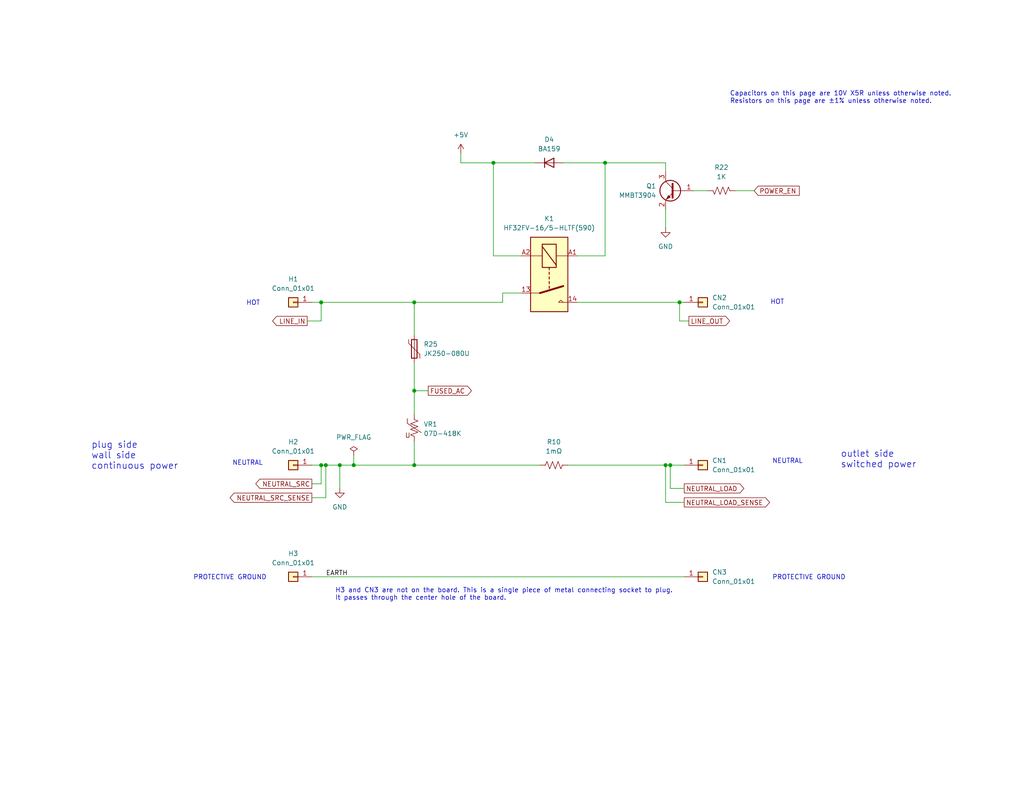
<source format=kicad_sch>
(kicad_sch (version 20250114) (generator "eeschema") (generator_version "9.0")
  (paper "USLetter")
  (title_block (title "power connections and control") (date "2025-07-28"))
  (lib_symbols
    (symbol "Connector_Generic:Conn_01x01" (pin_names (offset 1.016) (hide yes))
      (property "Reference" "J" (at 0 2.54 0))
      (property "Value" "Conn_01x01" (at 0 -2.54 0))
      (symbol "Conn_01x01_1_1"
        (rectangle (start -1.27 1.27) (end 1.27 -1.27) (stroke (width 0.254)) (fill (type background)))
        (rectangle (start -1.27 0.127) (end 0 -0.127) (stroke (width 0.1524)))
        (pin passive line (at -5.08 0 0) (length 3.81) (name "Pin_1") (number "1"))
      )
    )
    (symbol "Device:Polyfuse" (pin_numbers (hide yes)) (pin_names (offset 0))
      (property "Reference" "F" (at -2.54 0 90))
      (property "Value" "Polyfuse" (at 2.54 0 90))
      (symbol "Polyfuse_0_1"
        (polyline (pts (xy -1.524 2.54) (xy -1.524 1.524) (xy 1.524 -1.524) (xy 1.524 -2.54)))
        (rectangle (start -0.762 2.54) (end 0.762 -2.54) (stroke (width 0.254)))
        (polyline (pts (xy 0 2.54) (xy 0 -2.54)))
      )
      (symbol "Polyfuse_1_1"
        (pin passive line (at 0 3.81 270) (length 1.27) (name "~") (number "1"))
        (pin passive line (at 0 -3.81 90) (length 1.27) (name "~") (number "2"))
      )
    )
    (symbol "Device:R_US" (pin_numbers (hide yes)) (pin_names (offset 0))
      (property "Reference" "R" (at 2.54 0 90))
      (property "Value" "R_US" (at -2.54 0 90))
      (symbol "R_US_0_1"
        (polyline (pts (xy 0 2.286) (xy 0 2.54)))
        (polyline (pts (xy 0 2.286) (xy 1.016 1.905) (xy 0 1.524) (xy -1.016 1.143) (xy 0 0.762)))
        (polyline (pts (xy 0 0.762) (xy 1.016 0.381) (xy 0 0) (xy -1.016 -0.381) (xy 0 -0.762)))
        (polyline (pts (xy 0 -0.762) (xy 1.016 -1.143) (xy 0 -1.524) (xy -1.016 -1.905) (xy 0 -2.286)))
        (polyline (pts (xy 0 -2.286) (xy 0 -2.54)))
      )
      (symbol "R_US_1_1"
        (pin passive line (at 0 3.81 270) (length 1.27) (name "~") (number "1"))
        (pin passive line (at 0 -3.81 90) (length 1.27) (name "~") (number "2"))
      )
    )
    (symbol "Device:Varistor_US" (pin_numbers (hide yes)) (pin_names (offset 0))
      (property "Reference" "RV" (at 3.175 0 90))
      (property "Value" "Varistor_US" (at -3.175 0 90))
      (symbol "Varistor_US_0_0"
        (text "U" (at -1.778 -2.032 0) (effects (font (size 1.27 1.27))))
      )
      (symbol "Varistor_US_0_1"
        (polyline (pts (xy -1.905 2.54) (xy -1.905 1.27) (xy 1.905 -1.27)))
        (polyline (pts (xy 0 2.286) (xy 0 2.54)))
        (polyline (pts (xy 0 2.286) (xy 1.016 1.905) (xy 0 1.524) (xy -1.016 1.143) (xy 0 0.762)))
        (polyline (pts (xy 0 0.762) (xy 1.016 0.381) (xy 0 0) (xy -1.016 -0.381) (xy 0 -0.762)))
        (polyline (pts (xy 0 -0.762) (xy 1.016 -1.143) (xy 0 -1.524) (xy -1.016 -1.905) (xy 0 -2.286)))
        (polyline (pts (xy 0 -2.286) (xy 0 -2.54)))
      )
      (symbol "Varistor_US_1_1"
        (pin passive line (at 0 3.81 270) (length 1.27) (name "~") (number "1"))
        (pin passive line (at 0 -3.81 90) (length 1.27) (name "~") (number "2"))
      )
    )
    (symbol "Diode:BA159" (pin_numbers (hide yes)) (pin_names (hide yes))
      (property "Reference" "D" (at 0 2.54 0))
      (property "Value" "BA159" (at 0 -2.54 0))
      (symbol "BA159_0_1"
        (polyline (pts (xy -1.27 1.27) (xy -1.27 -1.27)) (stroke (width 0.254)))
        (polyline (pts (xy 1.27 1.27) (xy 1.27 -1.27) (xy -1.27 0) (xy 1.27 1.27)) (stroke (width 0.254)))
        (polyline (pts (xy 1.27 0) (xy -1.27 0)))
      )
      (symbol "BA159_1_1"
        (pin passive line (at -3.81 0 0) (length 2.54) (name "K") (number "1"))
        (pin passive line (at 3.81 0 180) (length 2.54) (name "A") (number "2"))
      )
    )
    (symbol "Relay:Relay_SPST-NO"
      (property "Reference" "K" (at 11.43 3.81 0))
      (property "Value" "Relay_SPST-NO" (at 11.43 1.27 0))
      (symbol "Relay_SPST-NO_0_0"
        (polyline (pts (xy 7.62 5.08) (xy 7.62 2.54) (xy 6.985 3.175) (xy 7.62 3.81)))
      )
      (symbol "Relay_SPST-NO_0_1"
        (rectangle (start -10.16 5.08) (end 10.16 -5.08) (stroke (width 0.254)) (fill (type background)))
        (rectangle (start -8.255 1.905) (end -1.905 -1.905) (stroke (width 0.254)))
        (polyline (pts (xy -7.62 -1.905) (xy -2.54 1.905)) (stroke (width 0.254)))
        (polyline (pts (xy -5.08 5.08) (xy -5.08 1.905)))
        (polyline (pts (xy -5.08 -5.08) (xy -5.08 -1.905)))
        (polyline (pts (xy -1.905 0) (xy -1.27 0)) (stroke (width 0.254)))
        (polyline (pts (xy -0.635 0) (xy 0 0)) (stroke (width 0.254)))
        (polyline (pts (xy 0.635 0) (xy 1.27 0)) (stroke (width 0.254)))
        (polyline (pts (xy 1.905 0) (xy 2.54 0)) (stroke (width 0.254)))
        (polyline (pts (xy 3.175 0) (xy 3.81 0)) (stroke (width 0.254)))
        (polyline (pts (xy 5.08 -2.54) (xy 3.175 3.81)) (stroke (width 0.508)))
        (polyline (pts (xy 5.08 -2.54) (xy 5.08 -5.08)))
      )
      (symbol "Relay_SPST-NO_1_1"
        (pin passive line (at -5.08 7.62 270) (length 2.54) (name "~") (number "A1"))
        (pin passive line (at -5.08 -7.62 90) (length 2.54) (name "~") (number "A2"))
        (pin passive line (at 5.08 -7.62 90) (length 2.54) (name "~") (number "13"))
        (pin passive line (at 7.62 7.62 270) (length 2.54) (name "~") (number "14"))
      )
    )
    (symbol "Transistor_BJT:MMBT3904" (pin_names (offset 0) (hide yes))
      (property "Reference" "Q" (at 5.08 1.905 0))
      (property "Value" "MMBT3904" (at 5.08 0 0))
      (symbol "MMBT3904_0_1"
        (polyline (pts (xy -2.54 0) (xy 0.635 0)))
        (polyline (pts (xy 0.635 1.905) (xy 0.635 -1.905)) (stroke (width 0.508)))
        (circle (center 1.27 0) (radius 2.8194) (stroke (width 0.254)))
      )
      (symbol "MMBT3904_1_1"
        (polyline (pts (xy 0.635 0.635) (xy 2.54 2.54)))
        (polyline (pts (xy 0.635 -0.635) (xy 2.54 -2.54)))
        (polyline (pts (xy 1.27 -1.778) (xy 1.778 -1.27) (xy 2.286 -2.286) (xy 1.27 -1.778)) (fill (type outline)))
        (pin input line (at -5.08 0 0) (length 2.54) (name "B") (number "1"))
        (pin passive line (at 2.54 5.08 270) (length 2.54) (name "C") (number "3"))
        (pin passive line (at 2.54 -5.08 90) (length 2.54) (name "E") (number "2"))
      )
    )
    (symbol "power:+5V" (power) (pin_numbers (hide yes)) (pin_names (offset 0) (hide yes))
      (property "Value" "+5V" (at 0 3.556 0))
      (symbol "+5V_0_1"
        (polyline (pts (xy -0.762 1.27) (xy 0 2.54)))
        (polyline (pts (xy 0 2.54) (xy 0.762 1.27)))
        (polyline (pts (xy 0 0) (xy 0 2.54)))
      )
      (symbol "+5V_1_1"
        (pin power_in line (at 0 0 90) (length 0) (name "~") (number "1"))
      )
    )
    (symbol "power:GND" (power) (pin_numbers (hide yes)) (pin_names (offset 0) (hide yes))
      (property "Value" "GND" (at 0 -3.81 0))
      (symbol "GND_0_1"
        (polyline (pts (xy 0 0) (xy 0 -1.27) (xy 1.27 -1.27) (xy 0 -2.54) (xy -1.27 -1.27) (xy 0 -1.27)))
      )
      (symbol "GND_1_1"
        (pin power_in line (at 0 0 270) (length 0) (name "~") (number "1"))
      )
    )
    (symbol "power:PWR_FLAG" (power) (pin_numbers (hide yes)) (pin_names (offset 0) (hide yes))
      (property "Value" "PWR_FLAG" (at 0 3.81 0))
      (symbol "PWR_FLAG_0_0"
        (pin power_out line (at 0 0 90) (length 0) (name "~") (number "1"))
      )
      (symbol "PWR_FLAG_0_1"
        (polyline (pts (xy 0 0) (xy 0 1.27) (xy -1.016 1.905) (xy 0 2.54) (xy 1.016 1.905) (xy 0 1.27)))
      )
    )
  )
  (text "Capacitors on this page are 10V X5R unless otherwise noted.\nResistors on this page are ±1% unless otherwise noted." (at 199.136 26.67 0) (effects (font (size 1.27 1.27)) (justify left)))
  (text "PROTECTIVE GROUND" (at 220.726 157.734 0) (effects (font (size 1.27 1.27))))
  (text "HOT" (at 212.09 82.55 0) (effects (font (size 1.27 1.27))))
  (text "PROTECTIVE GROUND" (at 62.738 157.734 0) (effects (font (size 1.27 1.27))))
  (text "plug side\nwall side\ncontinuous power" (at 24.892 124.46 0) (effects (font (size 1.778 1.778)) (justify left)))
  (text "HOT" (at 69.088 82.804 0) (effects (font (size 1.27 1.27))))
  (text "outlet side\nswitched power" (at 229.362 125.476 0) (effects (font (size 1.778 1.778)) (justify left)))
  (text "NEUTRAL" (at 67.564 126.492 0) (effects (font (size 1.27 1.27))))
  (text "NEUTRAL" (at 214.884 125.984 0) (effects (font (size 1.27 1.27))))
  (text "H3 and CN3 are not on the board. This is a single piece of metal connecting socket to plug.\nIt passes through the center hole of the board." (at 91.44 162.306 0) (effects (font (size 1.27 1.27)) (justify left)))
  (junction (at 185.42 82.55))
  (junction (at 113.03 82.55))
  (junction (at 134.62 44.45))
  (junction (at 87.63 127))
  (junction (at 96.52 127))
  (junction (at 88.9 127))
  (junction (at 87.63 82.55))
  (junction (at 113.03 127))
  (junction (at 113.03 106.68))
  (junction (at 92.71 127))
  (junction (at 182.88 127))
  (junction (at 181.61 127))
  (junction (at 165.1 44.45))
  (wire (pts (xy 185.42 82.55) (xy 186.69 82.55)))
  (wire (pts (xy 83.82 87.63) (xy 87.63 87.63)))
  (wire (pts (xy 185.42 82.55) (xy 185.42 87.63)))
  (wire (pts (xy 88.9 127) (xy 88.9 135.89)))
  (wire (pts (xy 153.67 44.45) (xy 165.1 44.45)))
  (wire (pts (xy 96.52 127) (xy 113.03 127)))
  (wire (pts (xy 182.88 127) (xy 186.69 127)))
  (wire (pts (xy 134.62 69.85) (xy 142.24 69.85)))
  (wire (pts (xy 92.71 127) (xy 96.52 127)))
  (wire (pts (xy 185.42 87.63) (xy 187.96 87.63)))
  (wire (pts (xy 181.61 127) (xy 181.61 137.16)))
  (wire (pts (xy 87.63 82.55) (xy 113.03 82.55)))
  (wire (pts (xy 182.88 127) (xy 182.88 133.35)))
  (wire (pts (xy 181.61 44.45) (xy 181.61 46.99)))
  (wire (pts (xy 88.9 127) (xy 92.71 127)))
  (wire (pts (xy 85.09 132.08) (xy 87.63 132.08)))
  (wire (pts (xy 96.52 124.46) (xy 96.52 127)))
  (wire (pts (xy 113.03 127) (xy 147.32 127)))
  (wire (pts (xy 181.61 127) (xy 182.88 127)))
  (wire (pts (xy 87.63 127) (xy 88.9 127)))
  (wire (pts (xy 181.61 137.16) (xy 186.69 137.16)))
  (wire (pts (xy 205.74 52.07) (xy 200.66 52.07)))
  (wire (pts (xy 85.09 157.48) (xy 186.69 157.48)))
  (wire (pts (xy 181.61 44.45) (xy 165.1 44.45)))
  (wire (pts (xy 193.04 52.07) (xy 189.23 52.07)))
  (wire (pts (xy 85.09 127) (xy 87.63 127)))
  (wire (pts (xy 137.16 82.55) (xy 137.16 80.01)))
  (wire (pts (xy 125.73 41.91) (xy 125.73 44.45)))
  (wire (pts (xy 154.94 127) (xy 181.61 127)))
  (wire (pts (xy 134.62 44.45) (xy 146.05 44.45)))
  (wire (pts (xy 157.48 69.85) (xy 165.1 69.85)))
  (wire (pts (xy 113.03 106.68) (xy 116.84 106.68)))
  (wire (pts (xy 157.48 82.55) (xy 185.42 82.55)))
  (wire (pts (xy 87.63 132.08) (xy 87.63 127)))
  (wire (pts (xy 113.03 82.55) (xy 137.16 82.55)))
  (wire (pts (xy 113.03 99.06) (xy 113.03 106.68)))
  (wire (pts (xy 113.03 106.68) (xy 113.03 113.03)))
  (wire (pts (xy 165.1 44.45) (xy 165.1 69.85)))
  (wire (pts (xy 181.61 57.15) (xy 181.61 62.23)))
  (wire (pts (xy 113.03 82.55) (xy 113.03 91.44)))
  (wire (pts (xy 87.63 87.63) (xy 87.63 82.55)))
  (wire (pts (xy 182.88 133.35) (xy 186.69 133.35)))
  (wire (pts (xy 85.09 135.89) (xy 88.9 135.89)))
  (wire (pts (xy 125.73 44.45) (xy 134.62 44.45)))
  (wire (pts (xy 113.03 120.65) (xy 113.03 127)))
  (wire (pts (xy 92.71 127) (xy 92.71 133.35)))
  (wire (pts (xy 85.09 82.55) (xy 87.63 82.55)))
  (wire (pts (xy 137.16 80.01) (xy 142.24 80.01)))
  (wire (pts (xy 134.62 44.45) (xy 134.62 69.85)))
  (label "EARTH" (at 88.9 157.48 0))
  (global_label "NEUTRAL_LOAD_SENSE" (shape output) (at 186.69 137.16 0) (property "Intersheetrefs" "${INTERSHEET_REFS}" (effects (hide yes))))
  (global_label "NEUTRAL_LOAD" (shape output) (at 186.69 133.35 0) (property "Intersheetrefs" "${INTERSHEET_REFS}" (effects (hide yes))))
  (global_label "POWER_EN" (shape input) (at 205.74 52.07 0) (property "Intersheetrefs" "${INTERSHEET_REFS}" (effects (hide yes))))
  (global_label "FUSED_AC" (shape output) (at 116.84 106.68 0) (property "Intersheetrefs" "${INTERSHEET_REFS}" (effects (hide yes))))
  (global_label "NEUTRAL_SRC_SENSE" (shape output) (at 85.09 135.89 180) (property "Intersheetrefs" "${INTERSHEET_REFS}" (effects (hide yes))))
  (global_label "LINE_OUT" (shape output) (at 187.96 87.63 0) (property "Intersheetrefs" "${INTERSHEET_REFS}" (effects (hide yes))))
  (global_label "LINE_IN" (shape output) (at 83.82 87.63 180) (property "Intersheetrefs" "${INTERSHEET_REFS}" (effects (hide yes))))
  (global_label "NEUTRAL_SRC" (shape output) (at 85.09 132.08 180) (property "Intersheetrefs" "${INTERSHEET_REFS}" (effects (hide yes))))
  (symbol (lib_id "power:GND") (at 92.71 133.35 0) (unit 1)
    (property "Reference" "#PWR07" (effects (hide yes)))
    (property "Value" "GND" (at 92.71 138.43 0))
    (property "Description" "Power symbol creates a global label with name \"GND\" , ground" (effects (hide yes)))
  )
  (symbol (lib_id "Relay:Relay_SPST-NO") (at 149.86 74.93 270) (unit 1)
    (property "Reference" "K1" (at 149.86 59.69 90))
    (property "Value" "HF32FV-16/5-HLTF(590)" (at 149.86 62.23 90))
    (property "Footprint" "HF relays:HF_Relay_subminature_A_THT_18.4x10.2mm" (effects (hide yes)))
    (property "Datasheet" "https://www.hongfa.com/product/power-relay/HF32FV-16" (effects (hide yes)))
    (property "Description" "Relay SPST, normally open, Hongfa HF32FV-16/5-HLTF(590)" (effects (hide yes)))
  )
  (symbol (lib_id "Diode:BA159") (at 149.86 44.45 0) (unit 1)
    (property "Reference" "D4" (at 149.86 38.1 0))
    (property "Value" "BA159" (at 149.86 40.64 0))
    (property "Footprint" "Diode_SMD:D_SOD-123F" (effects (hide yes)))
    (property "Datasheet" "https://www.vishay.com/docs/88536/ba157.pdf" (effects (hide yes)))
    (property "Description" "1000V 1A Fast recovery Rectifier Diode, DO-41" (effects (hide yes)))
    (property "Sim.Device" "D" (effects (hide yes)))
    (property "Sim.Pins" "1=K 2=A" (effects (hide yes)))
  )
  (symbol (lib_id "Device:R_US") (at 196.85 52.07 270) (mirror x) (unit 1)
    (property "Reference" "R22" (at 196.85 45.72 90))
    (property "Value" "1K" (at 196.85 48.26 90))
    (property "Footprint" "Resistor_SMD:R_0402_1005Metric" (effects (hide yes)))
    (property "Description" "Resistor, US symbol" (effects (hide yes)))
  )
  (symbol (lib_id "power:GND") (at 181.61 62.23 0) (mirror y) (unit 1)
    (property "Reference" "#PWR013" (effects (hide yes)))
    (property "Value" "GND" (at 181.61 67.31 0))
    (property "Description" "Power symbol creates a global label with name \"GND\" , ground" (effects (hide yes)))
  )
  (symbol (lib_id "Device:R_US") (at 151.13 127 90) (unit 1)
    (property "Reference" "R10" (at 151.13 120.65 90))
    (property "Value" "1mΩ" (at 151.13 123.19 90))
    (property "Footprint" "Resistor_SMD:R_2512_6332Metric" (effects (hide yes)))
    (property "Description" "Resistor, US symbol" (effects (hide yes)))
  )
  (symbol (lib_id "power:+5V") (at 125.73 41.91 0) (mirror y) (unit 1)
    (property "Reference" "#PWR021" (effects (hide yes)))
    (property "Value" "+5V" (at 125.73 36.83 0))
    (property "Description" "Power symbol creates a global label with name \"+5V\"" (effects (hide yes)))
  )
  (symbol (lib_id "Connector_Generic:Conn_01x01") (at 80.01 127 180) (unit 1)
    (property "Reference" "H2" (at 80.01 120.65 0))
    (property "Value" "Conn_01x01" (at 80.01 123.19 0))
    (property "Footprint" "HF relays:NEMA5P_post" (effects (hide yes)))
    (property "Description" "Generic connector, single row, 01x01, script generated (kicad-library-utils/schlib/autogen/connector/)" (effects (hide yes)))
  )
  (symbol (lib_id "Device:Varistor_US") (at 113.03 116.84 0) (unit 1)
    (property "Reference" "VR1" (at 115.57 115.8267 0) (effects (justify left)))
    (property "Value" "07D-418K" (at 115.57 118.3667 0) (effects (justify left)))
    (property "Footprint" "Varistor:RV_Disc_D9mm_W6.1mm_P5mm" (effects (hide yes)))
    (property "Description" "Voltage dependent resistor, US symbol" (effects (hide yes)))
    (property "Sim.Name" "kicad_builtin_varistor" (effects (hide yes)))
    (property "Sim.Device" "SUBCKT" (effects (hide yes)))
    (property "Sim.Pins" "1=A 2=B" (effects (hide yes)))
    (property "Sim.Params" "threshold=1k" (effects (hide yes)))
    (property "Sim.Library" "${KICAD9_SYMBOL_DIR}/Simulation_SPICE.sp" (effects (hide yes)))
  )
  (symbol (lib_id "Connector_Generic:Conn_01x01") (at 80.01 82.55 180) (unit 1)
    (property "Reference" "H1" (at 80.01 76.2 0))
    (property "Value" "Conn_01x01" (at 80.01 78.74 0))
    (property "Footprint" "HF relays:NEMA5P_post" (effects (hide yes)))
    (property "Description" "Generic connector, single row, 01x01, script generated (kicad-library-utils/schlib/autogen/connector/)" (effects (hide yes)))
  )
  (symbol (lib_id "Connector_Generic:Conn_01x01") (at 191.77 127 0) (unit 1)
    (property "Reference" "CN1" (at 194.31 125.7299 0) (effects (justify left)))
    (property "Value" "Conn_01x01" (at 194.31 128.2699 0) (effects (justify left)))
    (property "Footprint" "HF relays:NEMA5R_blade" (effects (hide yes)))
    (property "Description" "Generic connector, single row, 01x01, script generated (kicad-library-utils/schlib/autogen/connector/)" (effects (hide yes)))
  )
  (symbol (lib_id "Connector_Generic:Conn_01x01") (at 191.77 82.55 0) (unit 1)
    (property "Reference" "CN2" (at 194.31 81.2799 0) (effects (justify left)))
    (property "Value" "Conn_01x01" (at 194.31 83.8199 0) (effects (justify left)))
    (property "Footprint" "HF relays:NEMA5R_blade" (effects (hide yes)))
    (property "Description" "Generic connector, single row, 01x01, script generated (kicad-library-utils/schlib/autogen/connector/)" (effects (hide yes)))
  )
  (symbol (lib_id "Connector_Generic:Conn_01x01") (at 80.01 157.48 180) (unit 1) (in_bom no) (on_board no)
    (property "Reference" "H3" (at 80.01 151.13 0))
    (property "Value" "Conn_01x01" (at 80.01 153.67 0))
    (property "Footprint" "Connector_PinHeader_2.54mm:PinHeader_1x01_P2.54mm_Vertical" (effects (hide yes)))
    (property "Description" "Generic connector, single row, 01x01, script generated (kicad-library-utils/schlib/autogen/connector/)" (effects (hide yes)))
  )
  (symbol (lib_id "Transistor_BJT:MMBT3904") (at 184.15 52.07 0) (mirror y) (unit 1)
    (property "Reference" "Q1" (at 179.07 50.7999 0) (effects (justify left)))
    (property "Value" "MMBT3904" (at 179.07 53.3399 0) (effects (justify left)))
    (property "Footprint" "Package_TO_SOT_SMD:SOT-23" (effects (hide yes)))
    (property "Datasheet" "https://www.onsemi.com/pdf/datasheet/pzt3904-d.pdf" (effects (hide yes)))
    (property "Description" "0.2A Ic, 40V Vce, Small Signal NPN Transistor, SOT-23" (effects (hide yes)))
  )
  (symbol (lib_id "power:PWR_FLAG") (at 96.52 124.46 0) (unit 1)
    (property "Reference" "#FLG02" (effects (hide yes)))
    (property "Value" "PWR_FLAG" (at 96.52 119.38 0))
    (property "Description" "Special symbol for telling ERC where power comes from" (effects (hide yes)))
  )
  (symbol (lib_id "Device:Polyfuse") (at 113.03 95.25 0) (unit 1)
    (property "Reference" "R25" (at 115.57 93.9799 0) (effects (justify left)))
    (property "Value" "JK250-080U" (at 115.57 96.5199 0) (effects (justify left)))
    (property "Footprint" "Fuse:Fuse_Littelfuse_395Series" (effects (hide yes)))
    (property "Datasheet" "https://lcsc.com/datasheet/lcsc_datasheet_2410121955_Shenzhen-Jinkaisheng-Elec-JK250-080U_C355373.pdf" (effects (hide yes)))
    (property "Description" "Resettable fuse, polymeric positive temperature coefficient, JK Semi JK250-080u" (effects (hide yes)))
  )
  (symbol (lib_id "Connector_Generic:Conn_01x01") (at 191.77 157.48 0) (unit 1) (in_bom no) (on_board no)
    (property "Reference" "CN3" (at 194.31 156.2099 0) (effects (justify left)))
    (property "Value" "Conn_01x01" (at 194.31 158.7499 0) (effects (justify left)))
    (property "Footprint" "Connector_PinHeader_2.54mm:PinHeader_1x01_P2.54mm_Vertical" (effects (hide yes)))
    (property "Description" "Generic connector, single row, 01x01, script generated (kicad-library-utils/schlib/autogen/connector/)" (effects (hide yes)))
  )
)
</source>
